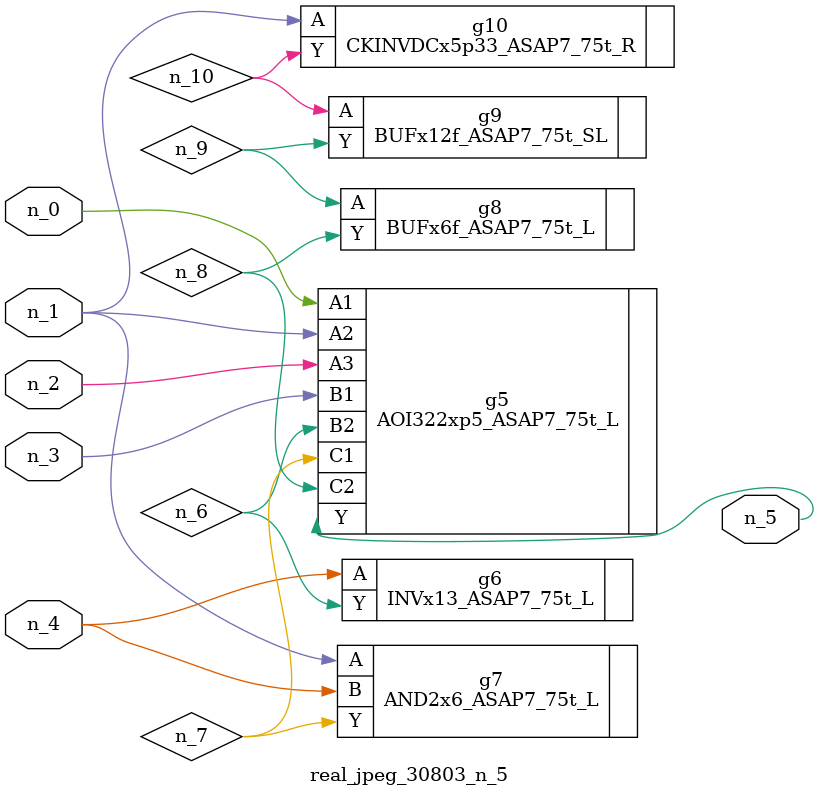
<source format=v>
module real_jpeg_30803_n_5 (n_4, n_0, n_1, n_2, n_3, n_5);

input n_4;
input n_0;
input n_1;
input n_2;
input n_3;

output n_5;

wire n_8;
wire n_6;
wire n_7;
wire n_10;
wire n_9;

AOI322xp5_ASAP7_75t_L g5 ( 
.A1(n_0),
.A2(n_1),
.A3(n_2),
.B1(n_3),
.B2(n_6),
.C1(n_7),
.C2(n_8),
.Y(n_5)
);

AND2x6_ASAP7_75t_L g7 ( 
.A(n_1),
.B(n_4),
.Y(n_7)
);

CKINVDCx5p33_ASAP7_75t_R g10 ( 
.A(n_1),
.Y(n_10)
);

INVx13_ASAP7_75t_L g6 ( 
.A(n_4),
.Y(n_6)
);

BUFx6f_ASAP7_75t_L g8 ( 
.A(n_9),
.Y(n_8)
);

BUFx12f_ASAP7_75t_SL g9 ( 
.A(n_10),
.Y(n_9)
);


endmodule
</source>
